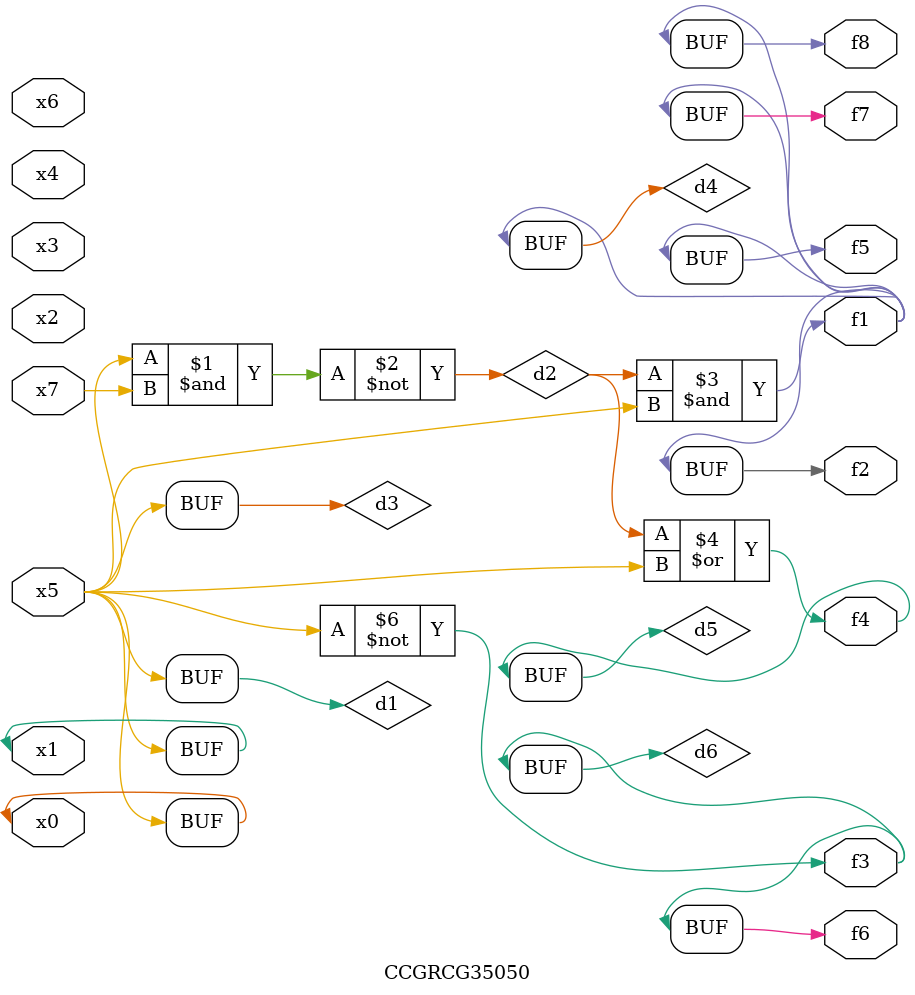
<source format=v>
module CCGRCG35050(
	input x0, x1, x2, x3, x4, x5, x6, x7,
	output f1, f2, f3, f4, f5, f6, f7, f8
);

	wire d1, d2, d3, d4, d5, d6;

	buf (d1, x0, x5);
	nand (d2, x5, x7);
	buf (d3, x0, x1);
	and (d4, d2, d3);
	or (d5, d2, d3);
	nor (d6, d1, d3);
	assign f1 = d4;
	assign f2 = d4;
	assign f3 = d6;
	assign f4 = d5;
	assign f5 = d4;
	assign f6 = d6;
	assign f7 = d4;
	assign f8 = d4;
endmodule

</source>
